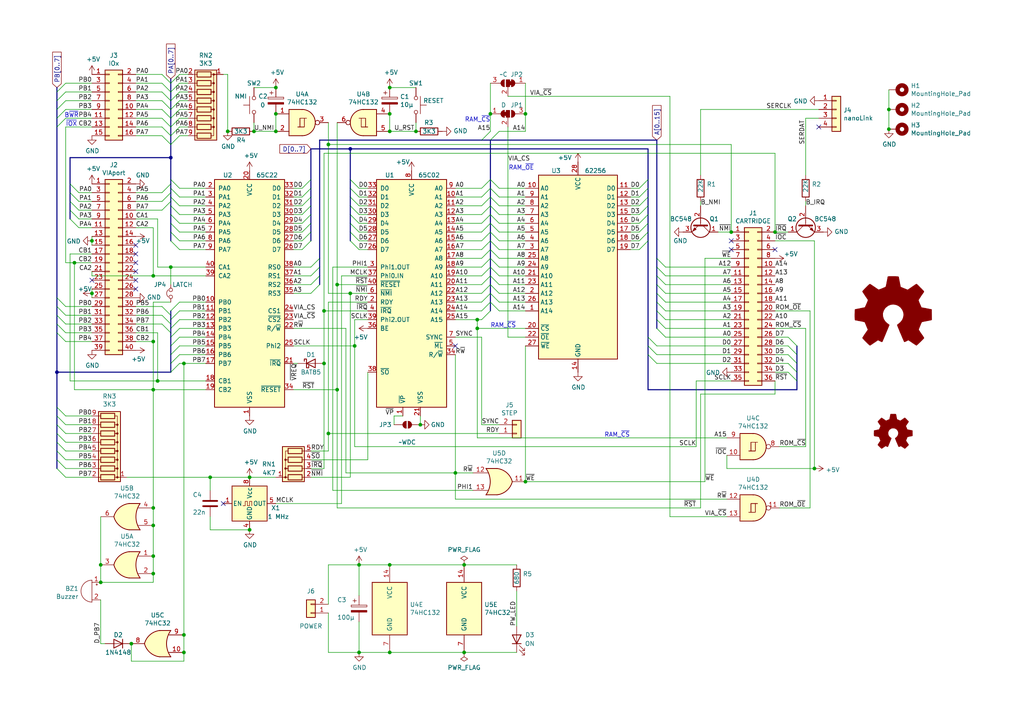
<source format=kicad_sch>
(kicad_sch (version 20231120) (generator "eeschema") (generator_version "8.0")
  (paper "A4")
  (title_block (title "Chihuahua PLUS") (date "2023-10-07") (rev "v1") (company "@zuiko21") (comment 1 "(c) 2012-2023 Carlos J. Santisteban") (comment 2 "D mode: 32K RAM, 16K ROM, IO=$800x-$BFFx") (comment 3 "C mode: 16K RAM, 32K ROM, IO=$400x-$7FFx") (comment 4 "/IOC signal is NOT available!"))
  (junction (at 26.67 85.09))
  (junction (at 113.03 33.02))
  (junction (at 93.98 90.17))
  (junction (at 113.03 163.83))
  (junction (at 80.01 25.4))
  (junction (at 29.21 163.83))
  (junction (at 60.96 138.43))
  (junction (at 120.65 38.1))
  (junction (at 142.24 33.02))
  (junction (at 44.45 152.4))
  (junction (at 49.53 45.72))
  (junction (at 95.25 41.91))
  (junction (at 73.66 38.1))
  (junction (at 95.25 125.73))
  (junction (at 152.4 139.7))
  (junction (at 113.03 25.4))
  (junction (at 104.14 189.23))
  (junction (at 66.04 38.1))
  (junction (at 44.45 147.32))
  (junction (at 101.6 43.18))
  (junction (at 26.67 69.85))
  (junction (at 44.45 99.06))
  (junction (at 72.39 138.43))
  (junction (at 44.45 80.01))
  (junction (at 236.22 135.89))
  (junction (at 49.53 77.47))
  (junction (at 53.34 184.15))
  (junction (at 93.98 105.41))
  (junction (at 152.4 33.02))
  (junction (at 53.34 105.41))
  (junction (at 113.03 189.23))
  (junction (at 44.45 161.29))
  (junction (at 257.81 37.465))
  (junction (at 53.34 189.23))
  (junction (at 38.1 186.69))
  (junction (at 80.01 38.1))
  (junction (at 224.79 67.31))
  (junction (at 257.81 31.75))
  (junction (at 138.43 92.71))
  (junction (at 29.21 168.91))
  (junction (at 21.59 76.2))
  (junction (at 134.62 163.83))
  (junction (at 134.62 189.23))
  (junction (at 132.08 137.16))
  (junction (at 45.72 110.49))
  (junction (at 72.39 153.67))
  (junction (at 101.6 85.09))
  (junction (at 97.79 82.55))
  (junction (at 44.45 166.37))
  (junction (at 121.92 123.19))
  (junction (at 104.14 163.83))
  (junction (at 97.79 113.03))
  (junction (at 16.51 107.95))
  (junction (at 44.45 113.03))
  (junction (at 113.03 38.1))
  (junction (at 212.09 67.31))
  (junction (at 138.43 95.25))
  (junction (at 102.87 100.33))
  (junction (at 80.01 33.02))
  (no_connect (at 39.37 71.12))
  (no_connect (at 212.09 72.39))
  (no_connect (at 39.37 73.66))
  (no_connect (at 39.37 78.74))
  (no_connect (at 237.49 36.83))
  (no_connect (at 39.37 76.2))
  (no_connect (at 39.37 83.82))
  (no_connect (at 64.77 146.05))
  (no_connect (at 224.79 72.39))
  (no_connect (at 212.09 69.85))
  (no_connect (at 132.08 100.33))
  (no_connect (at 39.37 81.28))
  (no_connect (at 26.67 81.28))
  (bus_entry (at 46.99 55.88) (size 2.54 -2.54))
  (bus_entry (at 144.78 59.69) (size -2.54 -2.54))
  (bus_entry (at 49.53 69.85) (size 2.54 2.54))
  (bus_entry (at 16.51 93.98) (size 2.54 2.54))
  (bus_entry (at 139.7 72.39) (size 2.54 -2.54))
  (bus_entry (at 104.14 72.39) (size -2.54 -2.54))
  (bus_entry (at 104.14 59.69) (size -2.54 -2.54))
  (bus_entry (at 190.5 82.55) (size 2.54 2.54))
  (bus_entry (at 49.53 92.71) (size 2.54 -2.54))
  (bus_entry (at 144.78 67.31) (size -2.54 -2.54))
  (bus_entry (at 185.42 62.23) (size 2.54 -2.54))
  (bus_entry (at 144.78 57.15) (size -2.54 -2.54))
  (bus_entry (at 52.07 29.21) (size -2.54 2.54))
  (bus_entry (at 185.42 67.31) (size 2.54 -2.54))
  (bus_entry (at 49.53 90.17) (size 2.54 -2.54))
  (bus_entry (at 87.63 64.77) (size 2.54 -2.54))
  (bus_entry (at 49.53 52.07) (size 2.54 2.54))
  (bus_entry (at 190.5 105.41) (size -2.54 -2.54))
  (bus_entry (at 190.5 95.25) (size 2.54 2.54))
  (bus_entry (at 144.78 69.85) (size -2.54 -2.54))
  (bus_entry (at 16.51 31.75) (size 2.54 -2.54))
  (bus_entry (at 16.51 91.44) (size 2.54 2.54))
  (bus_entry (at 139.7 59.69) (size 2.54 -2.54))
  (bus_entry (at 87.63 72.39) (size 2.54 -2.54))
  (bus_entry (at 16.51 133.35) (size 2.54 2.54))
  (bus_entry (at 52.07 24.13) (size -2.54 2.54))
  (bus_entry (at 190.5 90.17) (size 2.54 2.54))
  (bus_entry (at 142.24 40.64) (size 2.54 -2.54))
  (bus_entry (at 139.7 77.47) (size 2.54 -2.54))
  (bus_entry (at 139.7 85.09) (size 2.54 -2.54))
  (bus_entry (at 16.51 96.52) (size 2.54 2.54))
  (bus_entry (at 228.6 105.41) (size 2.54 2.54))
  (bus_entry (at 16.51 135.89) (size 2.54 2.54))
  (bus_entry (at 144.78 74.93) (size -2.54 -2.54))
  (bus_entry (at 16.51 88.9) (size 2.54 2.54))
  (bus_entry (at 90.17 82.55) (size 2.54 -2.54))
  (bus_entry (at 49.53 95.25) (size 2.54 -2.54))
  (bus_entry (at 87.63 62.23) (size 2.54 -2.54))
  (bus_entry (at 90.17 85.09) (size 2.54 -2.54))
  (bus_entry (at 104.14 57.15) (size -2.54 -2.54))
  (bus_entry (at 104.14 64.77) (size -2.54 -2.54))
  (bus_entry (at 87.63 67.31) (size 2.54 -2.54))
  (bus_entry (at 144.78 54.61) (size -2.54 -2.54))
  (bus_entry (at 49.53 62.23) (size 2.54 2.54))
  (bus_entry (at 139.7 82.55) (size 2.54 -2.54))
  (bus_entry (at 139.7 54.61) (size 2.54 -2.54))
  (bus_entry (at 185.42 72.39) (size 2.54 -2.54))
  (bus_entry (at 104.14 67.31) (size -2.54 -2.54))
  (bus_entry (at 49.53 57.15) (size 2.54 2.54))
  (bus_entry (at 46.99 60.96) (size 2.54 -2.54))
  (bus_entry (at 20.32 60.96) (size 2.54 2.54))
  (bus_entry (at 46.99 34.29) (size 2.54 2.54))
  (bus_entry (at 87.63 57.15) (size 2.54 -2.54))
  (bus_entry (at 190.5 80.01) (size 2.54 2.54))
  (bus_entry (at 49.53 64.77) (size 2.54 2.54))
  (bus_entry (at 185.42 64.77) (size 2.54 -2.54))
  (bus_entry (at 52.07 31.75) (size -2.54 2.54))
  (bus_entry (at 52.07 26.67) (size -2.54 2.54))
  (bus_entry (at 16.51 123.19) (size 2.54 2.54))
  (bus_entry (at 49.53 97.79) (size 2.54 -2.54))
  (bus_entry (at 139.7 62.23) (size 2.54 -2.54))
  (bus_entry (at 185.42 69.85) (size 2.54 -2.54))
  (bus_entry (at 46.99 21.59) (size 2.54 2.54))
  (bus_entry (at 139.7 74.93) (size 2.54 -2.54))
  (bus_entry (at 46.99 26.67) (size 2.54 2.54))
  (bus_entry (at 87.63 54.61) (size 2.54 -2.54))
  (bus_entry (at 190.5 92.71) (size 2.54 2.54))
  (bus_entry (at 46.99 88.9) (size 2.54 2.54))
  (bus_entry (at 16.51 128.27) (size 2.54 2.54))
  (bus_entry (at 16.51 36.83) (size 2.54 -2.54))
  (bus_entry (at 90.17 80.01) (size 2.54 -2.54))
  (bus_entry (at 49.53 67.31) (size 2.54 2.54))
  (bus_entry (at 190.5 100.33) (size -2.54 -2.54))
  (bus_entry (at 49.53 105.41) (size 2.54 -2.54))
  (bus_entry (at 144.78 64.77) (size -2.54 -2.54))
  (bus_entry (at 46.99 36.83) (size 2.54 2.54))
  (bus_entry (at 46.99 58.42) (size 2.54 -2.54))
  (bus_entry (at 139.7 64.77) (size 2.54 -2.54))
  (bus_entry (at 185.42 54.61) (size 2.54 -2.54))
  (bus_entry (at 228.6 102.87) (size 2.54 2.54))
  (bus_entry (at 144.78 85.09) (size -2.54 -2.54))
  (bus_entry (at 46.99 91.44) (size 2.54 2.54))
  (bus_entry (at 46.99 39.37) (size 2.54 2.54))
  (bus_entry (at 16.51 29.21) (size 2.54 -2.54))
  (bus_entry (at 16.51 125.73) (size 2.54 2.54))
  (bus_entry (at 20.32 55.88) (size 2.54 2.54))
  (bus_entry (at 46.99 31.75) (size 2.54 2.54))
  (bus_entry (at 139.7 69.85) (size 2.54 -2.54))
  (bus_entry (at 144.78 62.23) (size -2.54 -2.54))
  (bus_entry (at 16.51 120.65) (size 2.54 2.54))
  (bus_entry (at 52.07 34.29) (size -2.54 2.54))
  (bus_entry (at 52.07 36.83) (size -2.54 2.54))
  (bus_entry (at 104.14 54.61) (size -2.54 -2.54))
  (bus_entry (at 20.32 53.34) (size 2.54 2.54))
  (bus_entry (at 139.7 57.15) (size 2.54 -2.54))
  (bus_entry (at 185.42 57.15) (size 2.54 -2.54))
  (bus_entry (at 46.99 24.13) (size 2.54 2.54))
  (bus_entry (at 49.53 100.33) (size 2.54 -2.54))
  (bus_entry (at 16.51 34.29) (size 2.54 -2.54))
  (bus_entry (at 144.78 82.55) (size -2.54 -2.54))
  (bus_entry (at 228.6 97.79) (size 2.54 2.54))
  (bus_entry (at 144.78 80.01) (size -2.54 -2.54))
  (bus_entry (at 190.5 85.09) (size 2.54 2.54))
  (bus_entry (at 52.07 39.37) (size -2.54 2.54))
  (bus_entry (at 228.6 100.33) (size 2.54 2.54))
  (bus_entry (at 16.51 86.36) (size 2.54 2.54))
  (bus_entry (at 139.7 67.31) (size 2.54 -2.54))
  (bus_entry (at 228.6 107.95) (size 2.54 2.54))
  (bus_entry (at 49.53 107.95) (size 2.54 -2.54))
  (bus_entry (at 185.42 59.69) (size 2.54 -2.54))
  (bus_entry (at 16.51 118.11) (size 2.54 2.54))
  (bus_entry (at 190.5 87.63) (size 2.54 2.54))
  (bus_entry (at 46.99 93.98) (size 2.54 2.54))
  (bus_entry (at 104.14 69.85) (size -2.54 -2.54))
  (bus_entry (at 20.32 58.42) (size 2.54 2.54))
  (bus_entry (at 144.78 72.39) (size -2.54 -2.54))
  (bus_entry (at 144.78 77.47) (size -2.54 -2.54))
  (bus_entry (at 190.5 102.87) (size -2.54 -2.54))
  (bus_entry (at 16.51 26.67) (size 2.54 -2.54))
  (bus_entry (at 190.5 77.47) (size 2.54 2.54))
  (bus_entry (at 20.32 63.5) (size 2.54 2.54))
  (bus_entry (at 87.63 69.85) (size 2.54 -2.54))
  (bus_entry (at 46.99 29.21) (size 2.54 2.54))
  (bus_entry (at 52.07 21.59) (size -2.54 2.54))
  (bus_entry (at 49.53 59.69) (size 2.54 2.54))
  (bus_entry (at 139.7 40.64) (size 2.54 -2.54))
  (bus_entry (at 144.78 87.63) (size -2.54 -2.54))
  (bus_entry (at 49.53 54.61) (size 2.54 2.54))
  (bus_entry (at 190.5 74.93) (size 2.54 2.54))
  (bus_entry (at 104.14 62.23) (size -2.54 -2.54))
  (bus_entry (at 139.7 80.01) (size 2.54 -2.54))
  (bus_entry (at 16.51 130.81) (size 2.54 2.54))
  (bus_entry (at 139.7 90.17) (size 2.54 -2.54))
  (bus_entry (at 87.63 59.69) (size 2.54 -2.54))
  (bus_entry (at 139.7 92.71) (size 2.54 -2.54))
  (bus_entry (at 90.17 77.47) (size 2.54 -2.54))
  (bus_entry (at 144.78 90.17) (size -2.54 -2.54))
  (bus_entry (at 49.53 102.87) (size 2.54 -2.54))
  (bus_entry (at 139.7 87.63) (size 2.54 -2.54))
  (wire (pts (xy 185.42 57.15) (xy 182.88 57.15)))
  (wire (pts (xy 203.2 114.3) (xy 203.2 147.32)))
  (wire (pts (xy 132.08 74.93) (xy 139.7 74.93)))
  (wire (pts (xy 106.68 87.63) (xy 95.25 87.63)))
  (wire (pts (xy 144.78 57.15) (xy 152.4 57.15)))
  (wire (pts (xy 66.04 38.1) (xy 66.04 21.59)))
  (wire (pts (xy 132.08 54.61) (xy 139.7 54.61)))
  (bus (pts (xy 90.17 52.07) (xy 90.17 54.61)))
  (wire (pts (xy 152.4 87.63) (xy 144.78 87.63)))
  (wire (pts (xy 185.42 67.31) (xy 182.88 67.31)))
  (wire (pts (xy 66.04 21.59) (xy 64.77 21.59)))
  (wire (pts (xy 19.05 93.98) (xy 26.67 93.98)))
  (wire (pts (xy 138.43 95.25) (xy 138.43 127)))
  (wire (pts (xy 190.5 105.41) (xy 212.09 105.41)))
  (bus (pts (xy 16.51 31.75) (xy 16.51 34.29)))
  (wire (pts (xy 106.68 133.35) (xy 106.68 107.95)))
  (bus (pts (xy 187.96 59.69) (xy 187.96 62.23)))
  (bus (pts (xy 90.17 62.23) (xy 90.17 64.77)))
  (wire (pts (xy 19.05 96.52) (xy 26.67 96.52)))
  (wire (pts (xy 138.43 95.25) (xy 138.43 92.71)))
  (bus (pts (xy 16.51 128.27) (xy 16.51 130.81)))
  (bus (pts (xy 142.24 64.77) (xy 142.24 67.31)))
  (bus (pts (xy 101.6 67.31) (xy 101.6 69.85)))
  (bus (pts (xy 101.6 64.77) (xy 101.6 67.31)))
  (wire (pts (xy 59.69 69.85) (xy 52.07 69.85)))
  (bus (pts (xy 190.5 74.93) (xy 190.5 77.47)))
  (wire (pts (xy 19.05 135.89) (xy 26.67 135.89)))
  (wire (pts (xy 193.04 87.63) (xy 212.09 87.63)))
  (wire (pts (xy 45.72 110.49) (xy 45.72 96.52)))
  (wire (pts (xy 59.69 110.49) (xy 45.72 110.49)))
  (wire (pts (xy 93.98 90.17) (xy 93.98 105.41)))
  (wire (pts (xy 224.79 100.33) (xy 228.6 100.33)))
  (wire (pts (xy 102.87 100.33) (xy 102.87 129.54)))
  (wire (pts (xy 257.81 26.035) (xy 257.81 31.75)))
  (wire (pts (xy 97.79 82.55) (xy 97.79 113.03)))
  (wire (pts (xy 193.04 82.55) (xy 212.09 82.55)))
  (bus (pts (xy 187.96 69.85) (xy 187.96 97.79)))
  (wire (pts (xy 139.7 67.31) (xy 132.08 67.31)))
  (wire (pts (xy 212.09 41.91) (xy 212.09 67.31)))
  (wire (pts (xy 152.4 54.61) (xy 144.78 54.61)))
  (bus (pts (xy 231.14 102.87) (xy 231.14 105.41)))
  (wire (pts (xy 97.79 82.55) (xy 97.79 35.56)))
  (wire (pts (xy 194.31 27.94) (xy 194.31 149.86)))
  (wire (pts (xy 72.39 138.43) (xy 60.96 138.43)))
  (wire (pts (xy 132.08 102.87) (xy 132.08 137.16)))
  (bus (pts (xy 142.24 57.15) (xy 142.24 59.69)))
  (wire (pts (xy 233.68 58.42) (xy 233.68 59.69)))
  (bus (pts (xy 231.14 113.03) (xy 187.96 113.03)))
  (wire (pts (xy 44.45 147.32) (xy 44.45 152.4)))
  (wire (pts (xy 224.79 114.3) (xy 203.2 114.3)))
  (bus (pts (xy 142.24 80.01) (xy 142.24 82.55)))
  (wire (pts (xy 95.25 41.91) (xy 212.09 41.91)))
  (wire (pts (xy 26.67 83.82) (xy 26.67 85.09)))
  (wire (pts (xy 52.07 21.59) (xy 54.61 21.59)))
  (wire (pts (xy 132.08 82.55) (xy 139.7 82.55)))
  (wire (pts (xy 21.59 76.2) (xy 19.05 76.2)))
  (bus (pts (xy 49.53 90.17) (xy 49.53 91.44)))
  (wire (pts (xy 121.92 120.65) (xy 121.92 123.19)))
  (wire (pts (xy 26.67 68.58) (xy 26.67 69.85)))
  (wire (pts (xy 93.98 44.45) (xy 224.79 44.45)))
  (wire (pts (xy 144.78 90.17) (xy 152.4 90.17)))
  (bus (pts (xy 16.51 120.65) (xy 16.51 123.19)))
  (wire (pts (xy 19.05 29.21) (xy 26.67 29.21)))
  (wire (pts (xy 193.04 77.47) (xy 212.09 77.47)))
  (wire (pts (xy 139.7 80.01) (xy 132.08 80.01)))
  (wire (pts (xy 53.34 191.77) (xy 53.34 189.23)))
  (wire (pts (xy 52.07 36.83) (xy 54.61 36.83)))
  (wire (pts (xy 46.99 88.9) (xy 39.37 88.9)))
  (wire (pts (xy 104.14 57.15) (xy 106.68 57.15)))
  (bus (pts (xy 101.6 54.61) (xy 101.6 57.15)))
  (wire (pts (xy 144.78 72.39) (xy 152.4 72.39)))
  (wire (pts (xy 106.68 90.17) (xy 93.98 90.17)))
  (wire (pts (xy 39.37 55.88) (xy 46.99 55.88)))
  (wire (pts (xy 102.87 92.71) (xy 106.68 92.71)))
  (wire (pts (xy 236.22 135.89) (xy 236.22 69.85)))
  (wire (pts (xy 45.72 96.52) (xy 39.37 96.52)))
  (wire (pts (xy 144.78 38.1) (xy 152.4 38.1)))
  (wire (pts (xy 193.04 95.25) (xy 212.09 95.25)))
  (wire (pts (xy 53.34 189.23) (xy 53.34 184.15)))
  (wire (pts (xy 193.04 80.01) (xy 212.09 80.01)))
  (wire (pts (xy 149.86 163.83) (xy 134.62 163.83)))
  (wire (pts (xy 87.63 64.77) (xy 85.09 64.77)))
  (wire (pts (xy 142.24 24.13) (xy 142.24 33.02)))
  (wire (pts (xy 52.07 57.15) (xy 59.69 57.15)))
  (wire (pts (xy 73.66 25.4) (xy 80.01 25.4)))
  (bus (pts (xy 142.24 69.85) (xy 142.24 72.39)))
  (wire (pts (xy 224.79 95.25) (xy 233.68 95.25)))
  (wire (pts (xy 132.08 137.16) (xy 132.08 144.78)))
  (wire (pts (xy 114.3 120.65) (xy 114.3 123.19)))
  (wire (pts (xy 95.25 87.63) (xy 95.25 125.73)))
  (wire (pts (xy 52.07 29.21) (xy 54.61 29.21)))
  (bus (pts (xy 16.51 34.29) (xy 16.51 36.83)))
  (bus (pts (xy 190.5 90.17) (xy 190.5 92.71)))
  (wire (pts (xy 39.37 66.04) (xy 44.45 66.04)))
  (wire (pts (xy 193.04 97.79) (xy 212.09 97.79)))
  (wire (pts (xy 100.33 95.25) (xy 100.33 137.16)))
  (wire (pts (xy 104.14 67.31) (xy 106.68 67.31)))
  (wire (pts (xy 104.14 54.61) (xy 106.68 54.61)))
  (wire (pts (xy 182.88 54.61) (xy 185.42 54.61)))
  (wire (pts (xy 139.7 92.71) (xy 138.43 92.71)))
  (wire (pts (xy 147.32 36.83) (xy 147.32 97.79)))
  (bus (pts (xy 187.96 100.33) (xy 187.96 102.87)))
  (bus (pts (xy 49.53 58.42) (xy 49.53 59.69)))
  (bus (pts (xy 90.17 67.31) (xy 90.17 69.85)))
  (wire (pts (xy 257.81 31.75) (xy 257.81 37.465)))
  (bus (pts (xy 49.53 67.31) (xy 49.53 69.85)))
  (wire (pts (xy 85.09 95.25) (xy 100.33 95.25)))
  (wire (pts (xy 152.4 33.02) (xy 152.4 38.1)))
  (wire (pts (xy 224.79 102.87) (xy 228.6 102.87)))
  (wire (pts (xy 210.82 135.89) (xy 236.22 135.89)))
  (wire (pts (xy 45.72 63.5) (xy 45.72 77.47)))
  (wire (pts (xy 139.7 90.17) (xy 132.08 90.17)))
  (wire (pts (xy 52.07 54.61) (xy 59.69 54.61)))
  (wire (pts (xy 204.47 74.93) (xy 204.47 139.7)))
  (wire (pts (xy 46.99 29.21) (xy 39.37 29.21)))
  (wire (pts (xy 45.72 77.47) (xy 49.53 77.47)))
  (wire (pts (xy 144.78 85.09) (xy 152.4 85.09)))
  (wire (pts (xy 26.67 123.19) (xy 19.05 123.19)))
  (wire (pts (xy 52.07 102.87) (xy 59.69 102.87)))
  (wire (pts (xy 224.79 105.41) (xy 228.6 105.41)))
  (wire (pts (xy 116.84 120.65) (xy 114.3 120.65)))
  (wire (pts (xy 22.86 58.42) (xy 26.67 58.42)))
  (bus (pts (xy 49.53 59.69) (xy 49.53 62.23)))
  (bus (pts (xy 187.96 43.18) (xy 187.96 52.07)))
  (bus (pts (xy 49.53 62.23) (xy 49.53 64.77)))
  (wire (pts (xy 90.17 85.09) (xy 85.09 85.09)))
  (wire (pts (xy 113.03 38.1) (xy 120.65 38.1)))
  (wire (pts (xy 90.17 80.01) (xy 85.09 80.01)))
  (wire (pts (xy 144.78 67.31) (xy 152.4 67.31)))
  (wire (pts (xy 139.7 57.15) (xy 132.08 57.15)))
  (wire (pts (xy 99.06 80.01) (xy 99.06 146.05)))
  (wire (pts (xy 106.68 85.09) (xy 101.6 85.09)))
  (wire (pts (xy 44.45 99.06) (xy 44.45 113.03)))
  (wire (pts (xy 85.09 77.47) (xy 90.17 77.47)))
  (bus (pts (xy 101.6 43.18) (xy 187.96 43.18)))
  (wire (pts (xy 95.25 41.91) (xy 95.25 35.56)))
  (bus (pts (xy 92.71 40.64) (xy 139.7 40.64)))
  (wire (pts (xy 29.21 186.69) (xy 30.48 186.69)))
  (bus (pts (xy 49.53 26.67) (xy 49.53 29.21)))
  (bus (pts (xy 187.96 97.79) (xy 187.96 100.33)))
  (bus (pts (xy 101.6 57.15) (xy 101.6 59.69)))
  (bus (pts (xy 187.96 62.23) (xy 187.96 64.77)))
  (wire (pts (xy 26.67 85.09) (xy 26.67 86.36)))
  (bus (pts (xy 187.96 52.07) (xy 187.96 54.61)))
  (wire (pts (xy 104.14 62.23) (xy 106.68 62.23)))
  (bus (pts (xy 190.5 77.47) (xy 190.5 80.01)))
  (wire (pts (xy 104.14 163.83) (xy 104.14 172.72)))
  (wire (pts (xy 201.93 110.49) (xy 212.09 110.49)))
  (wire (pts (xy 193.04 92.71) (xy 212.09 92.71)))
  (wire (pts (xy 19.05 34.29) (xy 26.67 34.29)))
  (wire (pts (xy 52.07 87.63) (xy 59.69 87.63)))
  (bus (pts (xy 49.53 105.41) (xy 49.53 107.95)))
  (wire (pts (xy 134.62 189.23) (xy 113.03 189.23)))
  (wire (pts (xy 44.45 113.03) (xy 44.45 147.32)))
  (bus (pts (xy 49.53 29.21) (xy 49.53 31.75)))
  (wire (pts (xy 104.14 72.39) (xy 106.68 72.39)))
  (wire (pts (xy 226.06 147.32) (xy 234.95 147.32)))
  (wire (pts (xy 44.45 161.29) (xy 44.45 166.37)))
  (bus (pts (xy 190.5 82.55) (xy 190.5 85.09)))
  (wire (pts (xy 132.08 137.16) (xy 137.16 137.16)))
  (wire (pts (xy 38.1 186.69) (xy 38.1 191.77)))
  (bus (pts (xy 101.6 43.18) (xy 101.6 52.07)))
  (wire (pts (xy 194.31 149.86) (xy 210.82 149.86)))
  (wire (pts (xy 102.87 129.54) (xy 201.93 129.54)))
  (wire (pts (xy 144.78 80.01) (xy 152.4 80.01)))
  (bus (pts (xy 49.53 34.29) (xy 49.53 36.83)))
  (bus (pts (xy 49.53 102.87) (xy 49.53 105.41)))
  (bus (pts (xy 90.17 57.15) (xy 90.17 59.69)))
  (bus (pts (xy 231.14 105.41) (xy 231.14 107.95)))
  (bus (pts (xy 16.51 25.4) (xy 16.51 26.67)))
  (bus (pts (xy 20.32 55.88) (xy 20.32 58.42)))
  (wire (pts (xy 26.67 80.01) (xy 26.67 78.74)))
  (wire (pts (xy 26.67 88.9) (xy 19.05 88.9)))
  (wire (pts (xy 46.99 21.59) (xy 39.37 21.59)))
  (bus (pts (xy 92.71 40.64) (xy 92.71 74.93)))
  (wire (pts (xy 52.07 105.41) (xy 53.34 105.41)))
  (wire (pts (xy 39.37 24.13) (xy 46.99 24.13)))
  (wire (pts (xy 46.99 60.96) (xy 39.37 60.96)))
  (wire (pts (xy 59.69 59.69) (xy 52.07 59.69)))
  (bus (pts (xy 49.53 53.34) (xy 49.53 54.61)))
  (bus (pts (xy 16.51 125.73) (xy 16.51 128.27)))
  (bus (pts (xy 16.51 29.21) (xy 16.51 31.75)))
  (bus (pts (xy 49.53 52.07) (xy 49.53 53.34)))
  (wire (pts (xy 113.03 163.83) (xy 134.62 163.83)))
  (wire (pts (xy 49.53 82.55) (xy 49.53 77.47)))
  (wire (pts (xy 97.79 113.03) (xy 97.79 147.32)))
  (bus (pts (xy 16.51 86.36) (xy 16.51 88.9)))
  (wire (pts (xy 234.95 90.17) (xy 224.79 90.17)))
  (wire (pts (xy 44.45 80.01) (xy 59.69 80.01)))
  (wire (pts (xy 152.4 24.13) (xy 152.4 33.02)))
  (bus (pts (xy 49.53 41.91) (xy 49.53 45.72)))
  (wire (pts (xy 149.86 189.23) (xy 134.62 189.23)))
  (wire (pts (xy 139.7 85.09) (xy 132.08 85.09)))
  (bus (pts (xy 49.53 92.71) (xy 49.53 93.98)))
  (wire (pts (xy 36.83 138.43) (xy 60.96 138.43)))
  (wire (pts (xy 39.37 93.98) (xy 46.99 93.98)))
  (wire (pts (xy 19.05 76.2) (xy 19.05 36.83)))
  (bus (pts (xy 142.24 85.09) (xy 142.24 87.63)))
  (bus (pts (xy 20.32 53.34) (xy 20.32 55.88)))
  (wire (pts (xy 46.99 36.83) (xy 39.37 36.83)))
  (bus (pts (xy 142.24 54.61) (xy 142.24 57.15)))
  (wire (pts (xy 193.04 85.09) (xy 212.09 85.09)))
  (wire (pts (xy 233.68 95.25) (xy 233.68 129.54)))
  (wire (pts (xy 46.99 39.37) (xy 39.37 39.37)))
  (wire (pts (xy 97.79 147.32) (xy 203.2 147.32)))
  (wire (pts (xy 44.45 113.03) (xy 59.69 113.03)))
  (wire (pts (xy 152.4 69.85) (xy 144.78 69.85)))
  (wire (pts (xy 233.68 34.29) (xy 233.68 50.8)))
  (bus (pts (xy 16.51 36.83) (xy 16.51 86.36)))
  (bus (pts (xy 92.71 80.01) (xy 92.71 82.55)))
  (wire (pts (xy 101.6 138.43) (xy 90.17 138.43)))
  (wire (pts (xy 152.4 59.69) (xy 144.78 59.69)))
  (bus (pts (xy 187.96 54.61) (xy 187.96 57.15)))
  (wire (pts (xy 138.43 92.71) (xy 132.08 92.71)))
  (wire (pts (xy 87.63 69.85) (xy 85.09 69.85)))
  (wire (pts (xy 95.25 163.83) (xy 95.25 175.26)))
  (bus (pts (xy 49.53 24.13) (xy 49.53 26.67)))
  (bus (pts (xy 190.5 40.64) (xy 190.5 74.93)))
  (wire (pts (xy 147.32 27.94) (xy 194.31 27.94)))
  (wire (pts (xy 52.07 39.37) (xy 54.61 39.37)))
  (wire (pts (xy 113.03 163.83) (xy 104.14 163.83)))
  (bus (pts (xy 49.53 31.75) (xy 49.53 34.29)))
  (wire (pts (xy 87.63 57.15) (xy 85.09 57.15)))
  (bus (pts (xy 16.51 91.44) (xy 16.51 93.98)))
  (bus (pts (xy 49.53 100.33) (xy 49.53 102.87)))
  (wire (pts (xy 152.4 74.93) (xy 144.78 74.93)))
  (bus (pts (xy 16.51 93.98) (xy 16.51 96.52)))
  (bus (pts (xy 20.32 45.72) (xy 20.32 53.34)))
  (wire (pts (xy 52.07 26.67) (xy 54.61 26.67)))
  (wire (pts (xy 87.63 62.23) (xy 85.09 62.23)))
  (wire (pts (xy 85.09 105.41) (xy 86.36 105.41)))
  (wire (pts (xy 228.6 67.31) (xy 224.79 67.31)))
  (bus (pts (xy 16.51 133.35) (xy 16.51 135.89)))
  (wire (pts (xy 29.21 168.91) (xy 29.21 163.83)))
  (wire (pts (xy 97.79 113.03) (xy 85.09 113.03)))
  (wire (pts (xy 185.42 59.69) (xy 182.88 59.69)))
  (wire (pts (xy 19.05 133.35) (xy 26.67 133.35)))
  (wire (pts (xy 26.67 76.2) (xy 21.59 76.2)))
  (wire (pts (xy 60.96 138.43) (xy 60.96 142.24)))
  (wire (pts (xy 185.42 69.85) (xy 182.88 69.85)))
  (wire (pts (xy 95.25 189.23) (xy 104.14 189.23)))
  (wire (pts (xy 90.17 135.89) (xy 93.98 135.89)))
  (bus (pts (xy 16.51 88.9) (xy 16.51 91.44)))
  (wire (pts (xy 95.25 125.73) (xy 95.25 130.81)))
  (wire (pts (xy 96.52 77.47) (xy 96.52 142.24)))
  (bus (pts (xy 20.32 58.42) (xy 20.32 60.96)))
  (wire (pts (xy 26.67 69.85) (xy 26.67 71.12)))
  (wire (pts (xy 193.04 90.17) (xy 212.09 90.17)))
  (wire (pts (xy 44.45 152.4) (xy 44.45 161.29)))
  (wire (pts (xy 152.4 64.77) (xy 144.78 64.77)))
  (wire (pts (xy 210.82 132.08) (xy 210.82 135.89)))
  (bus (pts (xy 16.51 130.81) (xy 16.51 133.35)))
  (wire (pts (xy 52.07 67.31) (xy 59.69 67.31)))
  (wire (pts (xy 73.66 38.1) (xy 73.66 35.56)))
  (bus (pts (xy 231.14 100.33) (xy 231.14 102.87)))
  (wire (pts (xy 144.78 77.47) (xy 152.4 77.47)))
  (wire (pts (xy 203.2 58.42) (xy 203.2 59.69)))
  (wire (pts (xy 212.09 74.93) (xy 204.47 74.93)))
  (wire (pts (xy 228.6 97.79) (xy 224.79 97.79)))
  (bus (pts (xy 16.51 123.19) (xy 16.51 125.73)))
  (bus (pts (xy 49.53 107.95) (xy 16.51 107.95)))
  (bus (pts (xy 142.24 72.39) (xy 142.24 74.93)))
  (wire (pts (xy 101.6 85.09) (xy 101.6 138.43)))
  (wire (pts (xy 201.93 110.49) (xy 201.93 129.54)))
  (wire (pts (xy 46.99 31.75) (xy 39.37 31.75)))
  (wire (pts (xy 95.25 130.81) (xy 90.17 130.81)))
  (wire (pts (xy 144.78 125.73) (xy 95.25 125.73)))
  (bus (pts (xy 49.53 55.88) (xy 49.53 57.15)))
  (bus (pts (xy 190.5 87.63) (xy 190.5 90.17)))
  (wire (pts (xy 21.59 113.03) (xy 44.45 113.03)))
  (wire (pts (xy 52.07 92.71) (xy 59.69 92.71)))
  (wire (pts (xy 26.67 55.88) (xy 22.86 55.88)))
  (bus (pts (xy 142.24 59.69) (xy 142.24 62.23)))
  (wire (pts (xy 104.14 163.83) (xy 95.25 163.83)))
  (wire (pts (xy 100.33 137.16) (xy 132.08 137.16)))
  (wire (pts (xy 53.34 105.41) (xy 53.34 184.15)))
  (wire (pts (xy 22.86 60.96) (xy 26.67 60.96)))
  (wire (pts (xy 19.05 31.75) (xy 26.67 31.75)))
  (wire (pts (xy 152.4 139.7) (xy 152.4 100.33)))
  (bus (pts (xy 142.24 52.07) (xy 142.24 54.61)))
  (wire (pts (xy 39.37 99.06) (xy 44.45 99.06)))
  (wire (pts (xy 59.69 100.33) (xy 52.07 100.33)))
  (wire (pts (xy 19.05 125.73) (xy 26.67 125.73)))
  (wire (pts (xy 52.07 62.23) (xy 59.69 62.23)))
  (wire (pts (xy 80.01 38.1) (xy 73.66 38.1)))
  (bus (pts (xy 187.96 67.31) (xy 187.96 69.85)))
  (wire (pts (xy 104.14 189.23) (xy 113.03 189.23)))
  (wire (pts (xy 139.7 72.39) (xy 132.08 72.39)))
  (wire (pts (xy 104.14 59.69) (xy 106.68 59.69)))
  (wire (pts (xy 53.34 105.41) (xy 59.69 105.41)))
  (wire (pts (xy 45.72 110.49) (xy 20.32 110.49)))
  (bus (pts (xy 142.24 40.64) (xy 142.24 52.07)))
  (wire (pts (xy 149.86 171.45) (xy 149.86 181.61)))
  (wire (pts (xy 99.06 146.05) (xy 80.01 146.05)))
  (wire (pts (xy 19.05 138.43) (xy 26.67 138.43)))
  (wire (pts (xy 29.21 173.99) (xy 29.21 186.69)))
  (wire (pts (xy 54.61 24.13) (xy 52.07 24.13)))
  (wire (pts (xy 190.5 102.87) (xy 212.09 102.87)))
  (wire (pts (xy 120.65 38.1) (xy 120.65 35.56)))
  (bus (pts (xy 90.17 54.61) (xy 90.17 57.15)))
  (wire (pts (xy 59.69 95.25) (xy 52.07 95.25)))
  (wire (pts (xy 138.43 127) (xy 210.82 127)))
  (wire (pts (xy 101.6 85.09) (xy 95.25 85.09)))
  (bus (pts (xy 49.53 64.77) (xy 49.53 67.31)))
  (wire (pts (xy 80.01 138.43) (xy 72.39 138.43)))
  (bus (pts (xy 101.6 62.23) (xy 101.6 64.77)))
  (wire (pts (xy 59.69 64.77) (xy 52.07 64.77)))
  (wire (pts (xy 234.95 147.32) (xy 234.95 90.17)))
  (bus (pts (xy 90.17 43.18) (xy 90.17 52.07)))
  (bus (pts (xy 231.14 107.95) (xy 231.14 110.49)))
  (wire (pts (xy 139.7 97.79) (xy 139.7 123.19)))
  (bus (pts (xy 49.53 54.61) (xy 49.53 55.88)))
  (bus (pts (xy 190.5 92.71) (xy 190.5 95.25)))
  (wire (pts (xy 29.21 149.86) (xy 29.21 163.83)))
  (bus (pts (xy 187.96 57.15) (xy 187.96 59.69)))
  (wire (pts (xy 60.96 149.86) (xy 60.96 153.67)))
  (wire (pts (xy 93.98 135.89) (xy 93.98 105.41)))
  (wire (pts (xy 38.1 191.77) (xy 53.34 191.77)))
  (wire (pts (xy 139.7 77.47) (xy 132.08 77.47)))
  (bus (pts (xy 142.24 62.23) (xy 142.24 64.77)))
  (bus (pts (xy 20.32 45.72) (xy 49.53 45.72)))
  (wire (pts (xy 21.59 76.2) (xy 21.59 113.03)))
  (wire (pts (xy 93.98 90.17) (xy 93.98 44.45)))
  (wire (pts (xy 185.42 72.39) (xy 182.88 72.39)))
  (wire (pts (xy 52.07 31.75) (xy 54.61 31.75)))
  (bus (pts (xy 101.6 59.69) (xy 101.6 62.23)))
  (bus (pts (xy 16.51 26.67) (xy 16.51 29.21)))
  (wire (pts (xy 95.25 85.09) (xy 95.25 41.91)))
  (bus (pts (xy 49.53 91.44) (xy 49.53 92.71)))
  (wire (pts (xy 106.68 77.47) (xy 96.52 77.47)))
  (wire (pts (xy 224.79 107.95) (xy 228.6 107.95)))
  (wire (pts (xy 60.96 153.67) (xy 72.39 153.67)))
  (wire (pts (xy 139.7 62.23) (xy 132.08 62.23)))
  (wire (pts (xy 46.99 26.67) (xy 39.37 26.67)))
  (wire (pts (xy 19.05 24.13) (xy 26.67 24.13)))
  (wire (pts (xy 132.08 144.78) (xy 210.82 144.78)))
  (bus (pts (xy 142.24 87.63) (xy 142.24 90.17)))
  (wire (pts (xy 132.08 64.77) (xy 139.7 64.77)))
  (wire (pts (xy 44.45 166.37) (xy 44.45 168.91)))
  (bus (pts (xy 16.51 107.95) (xy 16.51 118.11)))
  (wire (pts (xy 44.45 87.63) (xy 49.53 87.63)))
  (wire (pts (xy 132.08 87.63) (xy 139.7 87.63)))
  (wire (pts (xy 52.07 97.79) (xy 59.69 97.79)))
  (bus (pts (xy 49.53 36.83) (xy 49.53 39.37)))
  (wire (pts (xy 113.03 25.4) (xy 120.65 25.4)))
  (wire (pts (xy 95.25 177.8) (xy 95.25 189.23)))
  (wire (pts (xy 132.08 97.79) (xy 139.7 97.79)))
  (bus (pts (xy 49.53 22.86) (xy 49.53 24.13)))
  (wire (pts (xy 39.37 63.5) (xy 45.72 63.5)))
  (wire (pts (xy 236.22 69.85) (xy 224.79 69.85)))
  (wire (pts (xy 39.37 91.44) (xy 46.99 91.44)))
  (bus (pts (xy 49.53 57.15) (xy 49.53 58.42)))
  (wire (pts (xy 87.63 59.69) (xy 85.09 59.69)))
  (bus (pts (xy 101.6 52.07) (xy 101.6 54.61)))
  (wire (pts (xy 90.17 82.55) (xy 85.09 82.55)))
  (wire (pts (xy 106.68 82.55) (xy 97.79 82.55)))
  (wire (pts (xy 224.79 44.45) (xy 224.79 67.31)))
  (wire (pts (xy 87.63 67.31) (xy 85.09 67.31)))
  (wire (pts (xy 19.05 120.65) (xy 26.67 120.65)))
  (wire (pts (xy 203.2 31.75) (xy 203.2 50.8)))
  (wire (pts (xy 212.09 100.33) (xy 190.5 100.33)))
  (wire (pts (xy 132.08 59.69) (xy 139.7 59.69)))
  (bus (pts (xy 142.24 74.93) (xy 142.24 77.47)))
  (wire (pts (xy 59.69 90.17) (xy 52.07 90.17)))
  (wire (pts (xy 87.63 72.39) (xy 85.09 72.39)))
  (wire (pts (xy 80.01 33.02) (xy 80.01 38.1)))
  (wire (pts (xy 138.43 95.25) (xy 152.4 95.25)))
  (wire (pts (xy 19.05 26.67) (xy 26.67 26.67)))
  (wire (pts (xy 147.32 97.79) (xy 152.4 97.79)))
  (wire (pts (xy 142.24 33.02) (xy 142.24 38.1)))
  (wire (pts (xy 204.47 139.7) (xy 152.4 139.7)))
  (wire (pts (xy 22.86 66.04) (xy 26.67 66.04)))
  (wire (pts (xy 44.45 80.01) (xy 26.67 80.01)))
  (bus (pts (xy 49.53 96.52) (xy 49.53 97.79)))
  (wire (pts (xy 44.45 66.04) (xy 44.45 80.01)))
  (wire (pts (xy 19.05 99.06) (xy 26.67 99.06)))
  (wire (pts (xy 20.32 110.49) (xy 20.32 73.66)))
  (bus (pts (xy 16.51 118.11) (xy 16.51 120.65)))
  (bus (pts (xy 142.24 40.64) (xy 190.5 40.64)))
  (wire (pts (xy 46.99 58.42) (xy 39.37 58.42)))
  (wire (pts (xy 106.68 80.01) (xy 99.06 80.01)))
  (wire (pts (xy 104.14 180.34) (xy 104.14 189.23)))
  (wire (pts (xy 185.42 62.23) (xy 182.88 62.23)))
  (wire (pts (xy 52.07 72.39) (xy 59.69 72.39)))
  (bus (pts (xy 49.53 45.72) (xy 49.53 52.07)))
  (bus (pts (xy 90.17 64.77) (xy 90.17 67.31)))
  (wire (pts (xy 152.4 82.55) (xy 144.78 82.55)))
  (wire (pts (xy 19.05 91.44) (xy 26.67 91.44)))
  (bus (pts (xy 49.53 93.98) (xy 49.53 95.25)))
  (bus (pts (xy 187.96 64.77) (xy 187.96 67.31)))
  (wire (pts (xy 90.17 133.35) (xy 106.68 133.35)))
  (bus (pts (xy 90.17 43.18) (xy 101.6 43.18)))
  (wire (pts (xy 49.53 77.47) (xy 59.69 77.47)))
  (bus (pts (xy 142.24 77.47) (xy 142.24 80.01)))
  (bus (pts (xy 49.53 95.25) (xy 49.53 96.52)))
  (bus (pts (xy 139.7 40.64) (xy 142.24 40.64)))
  (wire (pts (xy 85.09 54.61) (xy 87.63 54.61)))
  (wire (pts (xy 237.49 34.29) (xy 233.68 34.29)))
  (wire (pts (xy 46.99 34.29) (xy 39.37 34.29)))
  (wire (pts (xy 22.86 63.5) (xy 26.67 63.5)))
  (wire (pts (xy 20.32 73.66) (xy 26.67 73.66)))
  (wire (pts (xy 139.7 123.19) (xy 144.78 123.19)))
  (wire (pts (xy 19.05 36.83) (xy 26.67 36.83)))
  (wire (pts (xy 44.45 168.91) (xy 29.21 168.91)))
  (wire (pts (xy 208.28 67.31) (xy 212.09 67.31)))
  (wire (pts (xy 102.87 100.33) (xy 102.87 92.71)))
  (wire (pts (xy 104.14 69.85) (xy 106.68 69.85)))
  (bus (pts (xy 90.17 59.69) (xy 90.17 62.23)))
  (bus (pts (xy 49.53 97.79) (xy 49.53 100.33)))
  (bus (pts (xy 92.71 77.47) (xy 92.71 80.01)))
  (bus (pts (xy 231.14 110.49) (xy 231.14 113.03)))
  (wire (pts (xy 185.42 64.77) (xy 182.88 64.77)))
  (bus (pts (xy 190.5 80.01) (xy 190.5 82.55)))
  (wire (pts (xy 26.67 128.27) (xy 19.05 128.27)))
  (wire (pts (xy 233.68 129.54) (xy 226.06 129.54)))
  (bus (pts (xy 142.24 67.31) (xy 142.24 69.85)))
  (wire (pts (xy 113.03 33.02) (xy 113.03 38.1)))
  (bus (pts (xy 49.53 39.37) (xy 49.53 41.91)))
  (bus (pts (xy 187.96 102.87) (xy 187.96 113.03)))
  (bus (pts (xy 190.5 85.09) (xy 190.5 87.63)))
  (wire (pts (xy 104.14 64.77) (xy 106.68 64.77)))
  (bus (pts (xy 142.24 82.55) (xy 142.24 85.09)))
  (wire (pts (xy 144.78 62.23) (xy 152.4 62.23)))
  (wire (pts (xy 96.52 142.24) (xy 137.16 142.24)))
  (bus (pts (xy 20.32 60.96) (xy 20.32 63.5)))
  (wire (pts (xy 132.08 69.85) (xy 139.7 69.85)))
  (bus (pts (xy 92.71 74.93) (xy 92.71 77.47)))
  (wire (pts (xy 19.05 130.81) (xy 26.67 130.81)))
  (wire (pts (xy 44.45 99.06) (xy 44.45 87.63)))
  (wire (pts (xy 85.09 100.33) (xy 102.87 100.33)))
  (wire (pts (xy 237.49 31.75) (xy 203.2 31.75)))
  (wire (pts (xy 224.79 110.49) (xy 224.79 114.3)))
  (bus (pts (xy 16.51 96.52) (xy 16.51 107.95)))
  (wire (pts (xy 52.07 34.29) (xy 54.61 34.29)))
  (text "RAM_~{CS}" (at 175.26 127 0) (effects (font (size 1.27 1.27)) (justify left bottom)))
  (text "RAM_~{OE}" (at 154.94 49.53 0) (effects (font (size 1.27 1.27)) (justify right bottom)))
  (text "RAM_~{CS}" (at 142.24 95.25 0) (effects (font (size 1.27 1.27)) (justify left bottom)))
  (text "RAM_~{CS}" (at 142.24 35.56 0) (effects (font (size 1.27 1.27)) (justify right bottom)))
  (text "B~{WR}" (at 22.86 34.29 0) (effects (font (size 1.27 1.27)) (justify right bottom)))
  (text "~{IOX}" (at 19.05 36.83 0) (effects (font (size 1.27 1.27)) (justify left bottom)))
  (label "RDY" (at 106.68 87.63 180))
  (label "B_NMI" (at 203.2 59.69 0))
  (label "A11" (at 152.4 82.55 180))
  (label "PB0" (at 26.67 120.65 180))
  (label "CA2" (at 26.67 78.74 180))
  (label "R~{W}" (at 137.16 137.16 180))
  (label "A4" (at 212.09 87.63 180))
  (label "A9" (at 132.08 77.47 0))
  (label "A7" (at 212.09 80.01 180))
  (label "PB1" (at 26.67 26.67 180))
  (label "A13" (at 152.4 87.63 180))
  (label "PA4" (at 26.67 66.04 180))
  (label "D2" (at 182.88 59.69 0))
  (label "CB2" (at 26.67 76.2 180))
  (label "SERCLK" (at 222.25 31.75 0))
  (label "PB5" (at 59.69 100.33 180))
  (label "A14" (at 132.08 90.17 0))
  (label "D6" (at 224.79 100.33 0))
  (label "PB3" (at 26.67 96.52 180))
  (label "D3" (at 182.88 62.23 0))
  (label "PB3" (at 26.67 31.75 180))
  (label "PB7" (at 39.37 93.98 0))
  (label "A2" (at 85.09 82.55 0))
  (label "PA5" (at 39.37 34.29 0))
  (label "D7" (at 106.68 72.39 180))
  (label "A5" (at 152.4 67.31 180))
  (label "A13" (at 132.08 87.63 0))
  (label "PA0" (at 26.67 55.88 180))
  (label "A14" (at 152.4 90.17 180))
  (label "VIA_CS" (at 85.09 90.17 0))
  (label "PA1" (at 39.37 24.13 0))
  (label "PB3" (at 59.69 95.25 180))
  (label "PW_LED" (at 149.86 181.61 90))
  (label "PB2" (at 26.67 29.21 180))
  (label "A9" (at 224.79 85.09 0))
  (label "~{VREQ}" (at 86.36 105.41 270))
  (label "PB6" (at 26.67 135.89 180))
  (label "PA7" (at 39.37 60.96 0))
  (label "D4" (at 224.79 105.41 0))
  (label "PA7" (at 59.69 72.39 180))
  (label "R~{W}" (at 210.82 144.78 180))
  (label "VIA_~{CS}" (at 153.67 27.94 0))
  (label "SYNC" (at 132.08 97.79 0))
  (label "A11" (at 224.79 87.63 0))
  (label "PA0" (at 54.61 21.59 180))
  (label "A10" (at 224.79 92.71 0))
  (label "~{IRQ}" (at 106.68 90.17 180))
  (label "PB5" (at 26.67 133.35 180))
  (label "PA0" (at 39.37 21.59 0))
  (label "A9" (at 152.4 77.47 180))
  (label "A2" (at 212.09 92.71 180))
  (label "A12" (at 152.4 85.09 180))
  (label "PB4" (at 26.67 34.29 180))
  (label "~{RST}" (at 106.68 82.55 180))
  (label "PB0" (at 59.69 87.63 180))
  (label "MCLK" (at 80.01 146.05 0))
  (label "PB1" (at 26.67 123.19 180))
  (label "A11" (at 132.08 82.55 0))
  (label "D1" (at 182.88 57.15 0))
  (label "D1" (at 106.68 57.15 180))
  (label "PB6" (at 59.69 102.87 180))
  (label "A0" (at 85.09 77.47 0))
  (label "CB2" (at 26.67 36.83 180))
  (label "A12" (at 212.09 77.47 180))
  (label "A6" (at 132.08 69.85 0))
  (label "ROM_~{CS}" (at 226.06 129.54 0))
  (label "A1" (at 132.08 57.15 0))
  (label "A3" (at 85.09 85.09 0))
  (label "VIA_~{CS}" (at 85.09 92.71 0))
  (label "D4" (at 182.88 64.77 0))
  (label "CB2" (at 39.37 99.06 0))
  (label "SYNC" (at 144.78 123.19 180))
  (label "A1" (at 212.09 95.25 180))
  (label "PA5" (at 54.61 34.29 180))
  (label "A7" (at 132.08 72.39 0))
  (label "VIA_CS" (at 147.32 46.99 0))
  (label "PA2" (at 54.61 26.67 180))
  (label "PA2" (at 39.37 26.67 0))
  (label "~{NMI}" (at 106.68 85.09 180))
  (label "PA0" (at 59.69 54.61 180))
  (label "ROM_~{OE}" (at 224.79 90.17 0))
  (label "D1" (at 212.09 102.87 180))
  (label "D6" (at 182.88 69.85 0))
  (label "CB1" (at 26.67 73.66 180))
  (label "A2" (at 132.08 59.69 0))
  (label "D5" (at 224.79 102.87 0))
  (label "~{RST}" (at 224.79 110.49 0))
  (label "PA2" (at 59.69 59.69 180))
  (label "D0" (at 182.88 54.61 0))
  (label "PB3" (at 26.67 128.27 180))
  (label "A8" (at 152.4 74.93 180))
  (label "D5" (at 85.09 67.31 0))
  (label "PA6" (at 39.37 58.42 0))
  (label "D4" (at 85.09 64.77 0))
  (label "D3" (at 85.09 62.23 0))
  (label "PA7" (at 39.37 39.37 0))
  (label "A0" (at 152.4 54.61 180))
  (label "PB6" (at 39.37 91.44 0))
  (label "PB1" (at 59.69 90.17 180))
  (label "D2" (at 85.09 59.69 0))
  (label "~{WE}" (at 212.09 74.93 180))
  (label "D5" (at 182.88 67.31 0))
  (label "D7" (at 224.79 97.79 0))
  (label "PA7" (at 54.61 39.37 180))
  (label "D0" (at 212.09 100.33 180))
  (label "PB0" (at 26.67 24.13 180))
  (label "D5" (at 106.68 67.31 180))
  (label "SCLK" (at 106.68 92.71 180))
  (label "~{IRQ}" (at 224.79 67.31 0))
  (label "A6" (at 212.09 82.55 180))
  (label "B_IRQ" (at 233.68 59.69 0))
  (label "~{WE}" (at 204.47 139.7 0))
  (label "D2" (at 212.09 105.41 180))
  (label "A10" (at 132.08 80.01 0))
  (label "~{RST}" (at 201.93 147.32 180))
  (label "PA6" (at 54.61 36.83 180))
  (label "D1" (at 85.09 57.15 0))
  (label "~{IOC}" (at 224.79 69.85 0))
  (label "R~{W}" (at 132.08 102.87 0))
  (label "PB4" (at 26.67 99.06 180))
  (label "PA5" (at 59.69 67.31 180))
  (label "~{SO}" (at 90.17 133.35 0))
  (label "VIA_~{CS}" (at 210.82 149.86 180))
  (label "~{RST}" (at 87.63 113.03 0))
  (label "PB4" (at 26.67 130.81 180))
  (label "~{NMI}" (at 212.09 67.31 180))
  (label "ROM_~{CS}" (at 224.79 95.25 0))
  (label "A10" (at 152.4 80.01 180))
  (label "A12" (at 132.08 85.09 0))
  (label "D_PB7" (at 29.21 186.69 90))
  (label "PA3" (at 26.67 63.5 180))
  (label "R~{W}" (at 85.09 95.25 0))
  (label "A14" (at 224.79 77.47 0))
  (label "PA3" (at 54.61 29.21 180))
  (label "PA5" (at 39.37 55.88 0))
  (label "CB1" (at 39.37 96.52 0))
  (label "PA4" (at 54.61 31.75 180))
  (label "U_RST" (at 114.3 38.1 0))
  (label "A4" (at 152.4 64.77 180))
  (label "PA1" (at 26.67 58.42 180))
  (label "A6" (at 152.4 69.85 180))
  (label "PA3" (at 39.37 29.21 0))
  (label "A7" (at 152.4 72.39 180))
  (label "~{WE}" (at 152.4 139.7 0))
  (label "D3" (at 224.79 107.95 0))
  (label "A3" (at 132.08 62.23 0))
  (label "U_NMI" (at 73.66 38.1 0))
  (label "PB7" (at 26.67 138.43 180))
  (label "PA6" (at 39.37 36.83 0))
  (label "A0" (at 132.08 54.61 0))
  (label "PA1" (at 54.61 24.13 180))
  (label "A2" (at 152.4 59.69 180))
  (label "A0" (at 212.09 97.79 180))
  (label "D0" (at 106.68 54.61 180))
  (label "SERDAT" (at 233.68 41.91 90))
  (label "RDY" (at 144.78 125.73 180))
  (label "~{IOC}" (at 210.82 132.08 180))
  (label "ROM_~{OE}" (at 226.06 147.32 0))
  (label "A8" (at 132.08 74.93 0))
  (label "A5" (at 212.09 85.09 180))
  (label "D3" (at 106.68 62.23 180))
  (label "PA2" (at 26.67 60.96 180))
  (label "PA3" (at 59.69 62.23 180))
  (label "A14" (at 152.4 38.1 180))
  (label "A4" (at 132.08 64.77 0))
  (label "~{NMI}" (at 90.17 138.43 0))
  (label "A3" (at 152.4 62.23 180))
  (label "D6" (at 106.68 69.85 180))
  (label "A15" (at 132.08 92.71 0))
  (label "~{IRQ}" (at 90.17 135.89 0))
  (label "PB7" (at 59.69 105.41 180))
  (label "PB2" (at 26.67 93.98 180))
  (label "A1" (at 152.4 57.15 180))
  (label "PA1" (at 59.69 57.15 180))
  (label "PB5" (at 39.37 88.9 0))
  (label "D7" (at 182.88 72.39 0))
  (label "PA6" (at 59.69 69.85 180))
  (label "PHI1" (at 137.16 142.24 180))
  (label "D7" (at 85.09 72.39 0))
  (label "A13" (at 224.79 80.01 0))
  (label "PB2" (at 26.67 125.73 180))
  (label "D2" (at 106.68 59.69 180))
  (label "PB0" (at 26.67 88.9 180))
  (label "RDY" (at 90.17 130.81 0))
  (label "CA1" (at 39.37 63.5 0))
  (label "A15" (at 142.24 38.1 180))
  (label "A1" (at 85.09 80.01 0))
  (label "MCLK" (at 106.68 80.01 180))
  (label "A5" (at 132.08 67.31 0))
  (label "D0" (at 85.09 54.61 0))
  (label "PB2" (at 59.69 92.71 180))
  (label "~{VP}" (at 114.3 120.65 180))
  (label "SCLK" (at 85.09 100.33 0))
  (label "PA4" (at 39.37 31.75 0))
  (label "PB4" (at 59.69 97.79 180))
  (label "SCLK" (at 201.93 129.54 180))
  (label "D4" (at 106.68 64.77 180))
  (label "SCLK" (at 212.09 110.49 180))
  (label "D6" (at 85.09 69.85 0))
  (label "PHI1" (at 106.68 77.47 180))
  (label "PB1" (at 26.67 91.44 180))
  (label "A15" (at 210.82 127 180))
  (label "A8" (at 224.79 82.55 0))
  (label "A3" (at 212.09 90.17 180))
  (label "CA2" (at 39.37 66.04 0))
  (label "PA4" (at 59.69 64.77 180))
  (global_label "PA[0..7]" (shape input) (at 49.53 22.86 90) (property "Intersheetrefs" "${INTERSHEET_REFS}" (effects (hide yes))))
  (global_label "A[0..15]" (shape input) (at 190.5 40.64 90) (property "Intersheetrefs" "${INTERSHEET_REFS}" (effects (hide yes))))
  (global_label "PB[0..7]" (shape input) (at 16.51 25.4 90) (property "Intersheetrefs" "${INTERSHEET_REFS}" (effects (hide yes))))
  (global_label "D[0..7]" (shape input) (at 90.17 43.18 180) (property "Intersheetrefs" "${INTERSHEET_REFS}" (effects (hide yes))))
  (symbol (lib_id "chihuahua-rescue:W65C02S-w65c02s") (at 119.38 85.09 0) (unit 1)
    (property "Reference" "U1" (at 113.03 50.8 0))
    (property "Value" "65C02" (at 124.46 50.8 0))
    (property "Footprint" "Package_DIP:DIP-40_W15.24mm_Socket" (effects (hide yes)))
    (property "Datasheet" "https://www.westerndesigncenter.com/wdc/documentation/w65c02s.pdf" (effects (hide yes)))
  )
  (symbol (lib_id "chihuahua-rescue:W65C22S-6522") (at 72.39 85.09 0) (mirror y) (unit 1)
    (property "Reference" "U2" (at 66.04 50.8 0))
    (property "Value" "65C22" (at 77.47 50.8 0))
    (property "Footprint" "Package_DIP:DIP-40_W15.24mm_Socket" (effects (hide yes)))
    (property "Datasheet" "http://www.6502.org/documents/datasheets/wdc/older/wdc_w65c22s_mar_2004.pdf" (effects (hide yes)))
  )
  (symbol (lib_id "chihuahua-rescue:62256-62256") (at 167.64 77.47 0) (unit 1)
    (property "Reference" "U3" (at 161.29 49.53 0))
    (property "Value" "62256" (at 172.72 49.53 0))
    (property "Footprint" "Package_DIP:DIP-28_W15.24mm_Socket" (effects (hide yes)))
    (property "Datasheet" "http://www.6502.org/users/alexis/62256.pdf" (effects (hide yes)))
  )
  (symbol (lib_id "Connector_Generic:Conn_02x18_Odd_Even") (at 217.17 87.63 0) (unit 1)
    (property "Reference" "J1" (at 218.44 61.7982 0))
    (property "Value" "CARTRIDGE" (at 218.44 64.1096 0))
    (property "Footprint" "Connector_PinSocket_2.54mm:PinSocket_2x18_EDGE" (effects (hide yes)))
  )
  (symbol (lib_id "Oscillator:CXO_DIP8") (at 72.39 146.05 0) (unit 1)
    (property "Reference" "X1" (at 81.28 147.32 0) (effects (justify right)))
    (property "Value" "1 MHz" (at 83.82 149.86 0) (effects (justify right)))
    (property "Footprint" "Oscillator:Oscillator_DIP-8" (effects (hide yes)))
    (property "Datasheet" "http://www.conwin.com/datasheets/cx/cx030.pdf" (effects (hide yes)))
  )
  (symbol (lib_id "Switch:SW_Push") (at 120.65 30.48 270) (mirror x) (unit 1)
    (property "Reference" "SW1" (at 120.65 24.13 90))
    (property "Value" "RESET" (at 125.73 29.21 90))
    (property "Footprint" "Button_Switch_THT:SW_PUSH_6mm" (effects (hide yes)))
  )
  (symbol (lib_id "Switch:SW_Push") (at 73.66 30.48 90) (unit 1)
    (property "Reference" "SW2" (at 73.66 24.13 90))
    (property "Value" "NMI" (at 69.85 27.94 90))
    (property "Footprint" "Button_Switch_THT:SW_PUSH_6mm" (effects (hide yes)))
  )
  (symbol (lib_id "chihuahua-rescue:SolderJumper_3_Bridged12-Jumper") (at 147.32 33.02 0) (unit 1)
    (property "Reference" "JP1" (at 149.86 30.48 0))
    (property "Value" "D" (at 146.05 30.48 0))
    (property "Footprint" "Jumper:SolderJumper-3_P1.3mm_Bridged12_RoundedPad1.0x1.5mm" (effects (hide yes)))
  )
  (symbol (lib_id "chihuahua-rescue:SolderJumper_3_Bridged12-Jumper") (at 147.32 24.13 0) (mirror y) (unit 1)
    (property "Reference" "JP2" (at 149.86 21.59 0))
    (property "Value" "~C" (at 146.05 21.59 0))
    (property "Footprint" "Jumper:SolderJumper-3_P1.3mm_Bridged12_RoundedPad1.0x1.5mm" (effects (hide yes)))
  )
  (symbol (lib_id "Connector_Generic:Conn_02x08_Odd_Even") (at 31.75 29.21 0) (unit 1)
    (property "Reference" "J3" (at 33.02 16.0782 0))
    (property "Value" "IOx" (at 33.02 18.3896 0))
    (property "Footprint" "Connector_IDC:IDC-Header_2x08_P2.54mm_Vertical" (effects (hide yes)))
  )
  (symbol (lib_id "Connector_Generic:Conn_02x20_Odd_Even") (at 31.75 76.2 0) (unit 1)
    (property "Reference" "J2" (at 33.02 47.8282 0))
    (property "Value" "VIAport" (at 33.02 50.1396 0))
    (property "Footprint" "Connector_IDC:IDC-Header_2x20_P2.54mm_Vertical" (effects (hide yes)))
  )
  (symbol (lib_id "Connector_Generic:Conn_01x04") (at 242.57 31.75 0) (unit 1)
    (property "Reference" "J4" (at 244.602 31.9532 0) (effects (justify left)))
    (property "Value" "nanoLink" (at 244.602 34.2646 0) (effects (justify left)))
    (property "Footprint" "Connector_PinHeader_2.54mm:PinHeader_1x04_P2.54mm_Vertical" (effects (hide yes)))
  )
  (symbol (lib_id "chihuahua-rescue:Jumper_NC_Small-Device") (at 49.53 85.09 90) (mirror x) (unit 1)
    (property "Reference" "JP4" (at 48.26 82.55 90) (effects (justify left)))
    (property "Value" "LATCH" (at 55.88 82.55 90) (effects (justify left)))
    (property "Footprint" "Connector_PinHeader_2.54mm:PinHeader_1x02_P2.54mm_Vertical" (effects (hide yes)))
  )
  (symbol (lib_id "chihuahua-rescue:Buzzer-Device") (at 26.67 171.45 0) (mirror y) (unit 1)
    (property "Reference" "BZ1" (at 22.8092 170.7134 0) (effects (justify left)))
    (property "Value" "Buzzer" (at 22.8092 173.0248 0) (effects (justify left)))
    (property "Footprint" "Buzzer_Beeper:Buzzer_12x9.5RM7.6" (effects (hide yes)))
  )
  (symbol (lib_id "Device:LED") (at 149.86 185.42 90) (unit 1)
    (property "Reference" "D3" (at 153.67 184.15 90))
    (property "Value" "ON" (at 153.67 186.69 90))
    (property "Footprint" "LED_THT:LED_D3.0mm" (effects (hide yes)))
  )
  (symbol (lib_id "Device:R") (at 124.46 38.1 90) (unit 1)
    (property "Reference" "R3" (at 125.73 35.56 90) (effects (justify left)))
    (property "Value" "3K3" (at 124.46 38.1 90))
    (property "Footprint" "Resistor_THT:R_Axial_DIN0207_L6.3mm_D2.5mm_P2.54mm_Vertical" (effects (hide yes)))
  )
  (symbol (lib_id "Device:D") (at 34.29 186.69 180) (unit 1)
    (property "Reference" "D2" (at 34.29 184.15 0))
    (property "Value" "1N4148" (at 34.29 189.23 0))
    (property "Footprint" "Diode_THT:D_DO-35_SOD27_P2.54mm_Vertical_AnodeUp" (effects (hide yes)))
  )
  (symbol (lib_id "Transistor_BJT:BC548") (at 203.2 64.77 270) (unit 1)
    (property "Reference" "Q1" (at 205.74 63.5 90) (effects (justify left)))
    (property "Value" "BC548" (at 194.31 63.5 90) (effects (justify left)))
    (property "Footprint" "Package_TO_SOT_THT:TO-92_Inline" (effects (hide yes)))
    (property "Datasheet" "http://www.fairchildsemi.com/ds/BC/BC547.pdf" (effects (hide yes)))
  )
  (symbol (lib_id "Transistor_BJT:BC548") (at 233.68 64.77 90) (mirror x) (unit 1)
    (property "Reference" "Q2" (at 231.14 63.5 90) (effects (justify left)))
    (property "Value" "BC548" (at 242.57 63.5 90) (effects (justify left)))
    (property "Footprint" "Package_TO_SOT_THT:TO-92_Inline" (effects (hide yes)))
    (property "Datasheet" "http://www.fairchildsemi.com/ds/BC/BC547.pdf" (effects (hide yes)))
  )
  (symbol (lib_id "Device:R") (at 203.2 54.61 0) (unit 1)
    (property "Reference" "R1" (at 204.978 53.4416 0) (effects (justify left)))
    (property "Value" "22K" (at 203.2 55.88 90) (effects (justify left)))
    (property "Footprint" "Resistor_THT:R_Axial_DIN0207_L6.3mm_D2.5mm_P2.54mm_Vertical" (effects (hide yes)))
  )
  (symbol (lib_id "Device:R") (at 233.68 54.61 0) (unit 1)
    (property "Reference" "R2" (at 235.458 53.4416 0) (effects (justify left)))
    (property "Value" "22K" (at 233.68 55.88 90) (effects (justify left)))
    (property "Footprint" "Resistor_THT:R_Axial_DIN0207_L6.3mm_D2.5mm_P2.54mm_Vertical" (effects (hide yes)))
  )
  (symbol (lib_id "Device:R") (at 69.85 38.1 270) (unit 1)
    (property "Reference" "R4" (at 68.58 40.64 90) (effects (justify left)))
    (property "Value" "3K3" (at 69.85 38.1 90))
    (property "Footprint" "Resistor_THT:R_Axial_DIN0207_L6.3mm_D2.5mm_P2.54mm_Vertical" (effects (hide yes)))
  )
  (symbol (lib_id "Device:R_Network04") (at 85.09 133.35 90) (unit 1)
    (property "Reference" "RN1" (at 80.01 134.62 90) (effects (justify left)))
    (property "Value" "4K7" (at 80.01 137.16 90) (effects (justify left)))
    (property "Footprint" "Resistor_THT:R_Array_SIP5" (effects (hide yes)))
    (property "Datasheet" "http://www.vishay.com/docs/31509/csc.pdf" (effects (hide yes)))
  )
  (symbol (lib_id "74xx:74LS132") (at 87.63 35.56 0) (unit 1)
    (property "Reference" "U4" (at 87.63 27.305 0))
    (property "Value" "74HC132" (at 87.63 29.6164 0))
    (property "Footprint" "Package_DIP:DIP-14_W7.62mm_Socket" (effects (hide yes)))
    (property "Datasheet" "http://www.ti.com/lit/gpn/sn74LS132" (effects (hide yes)))
  )
  (symbol (lib_id "chihuahua-rescue:+5V-power") (at 236.22 135.89 270) (unit 1)
    (property "Reference" "#PWR0131" (effects (hide yes)))
    (property "Value" "+5V" (at 239.4712 136.271 90) (effects (justify left)))
  )
  (symbol (lib_id "74xx:74LS132") (at 105.41 35.56 0) (mirror y) (unit 2)
    (property "Reference" "U4" (at 105.41 27.305 0))
    (property "Value" "74HC132" (at 105.41 29.6164 0))
    (property "Footprint" "Package_DIP:DIP-14_W7.62mm_Socket" (effects (hide yes)))
    (property "Datasheet" "http://www.ti.com/lit/gpn/sn74LS132" (effects (hide yes)))
  )
  (symbol (lib_id "74xx:74LS132") (at 218.44 129.54 0) (unit 3)
    (property "Reference" "U4" (at 218.44 121.285 0))
    (property "Value" "74HC132" (at 218.44 123.5964 0))
    (property "Footprint" "Package_DIP:DIP-14_W7.62mm_Socket" (effects (hide yes)))
    (property "Datasheet" "http://www.ti.com/lit/gpn/sn74LS132" (effects (hide yes)))
  )
  (symbol (lib_id "74xx:74LS132") (at 218.44 147.32 0) (unit 4)
    (property "Reference" "U4" (at 218.44 139.065 0))
    (property "Value" "74HC132" (at 218.44 141.3764 0))
    (property "Footprint" "Package_DIP:DIP-14_W7.62mm_Socket" (effects (hide yes)))
    (property "Datasheet" "http://www.ti.com/lit/gpn/sn74LS132" (effects (hide yes)))
  )
  (symbol (lib_id "74xx:74LS132") (at 113.03 176.53 0) (unit 5)
    (property "Reference" "U4" (at 118.872 175.3616 0) (effects (justify left)))
    (property "Value" "74HC132" (at 118.872 177.673 0) (effects (justify left)))
    (property "Footprint" "Package_DIP:DIP-14_W7.62mm_Socket" (effects (hide yes)))
    (property "Datasheet" "http://www.ti.com/lit/gpn/sn74LS132" (effects (hide yes)))
  )
  (symbol (lib_id "74xx:74LS32") (at 36.83 163.83 0) (mirror y) (unit 1)
    (property "Reference" "U5" (at 36.83 155.575 0))
    (property "Value" "74HC32" (at 36.83 157.8864 0))
    (property "Footprint" "Package_DIP:DIP-14_W7.62mm_Socket" (effects (hide yes)))
    (property "Datasheet" "http://www.ti.com/lit/gpn/sn74LS32" (effects (hide yes)))
  )
  (symbol (lib_id "74xx:74LS32") (at 36.83 149.86 0) (mirror y) (unit 2)
    (property "Reference" "U5" (at 36.83 141.605 0))
    (property "Value" "74HC32" (at 36.83 143.9164 0))
    (property "Footprint" "Package_DIP:DIP-14_W7.62mm_Socket" (effects (hide yes)))
    (property "Datasheet" "http://www.ti.com/lit/gpn/sn74LS32" (effects (hide yes)))
  )
  (symbol (lib_id "74xx:74LS32") (at 45.72 186.69 0) (mirror y) (unit 3)
    (property "Reference" "U5" (at 45.72 178.435 0))
    (property "Value" "74HC32" (at 45.72 180.7464 0))
    (property "Footprint" "Package_DIP:DIP-14_W7.62mm_Socket" (effects (hide yes)))
    (property "Datasheet" "http://www.ti.com/lit/gpn/sn74LS32" (effects (hide yes)))
  )
  (symbol (lib_id "74xx:74LS32") (at 144.78 139.7 0) (unit 4)
    (property "Reference" "U5" (at 144.78 131.445 0))
    (property "Value" "74HC32" (at 144.78 133.7564 0))
    (property "Footprint" "Package_DIP:DIP-14_W7.62mm_Socket" (effects (hide yes)))
    (property "Datasheet" "http://www.ti.com/lit/gpn/sn74LS32" (effects (hide yes)))
  )
  (symbol (lib_id "74xx:74LS32") (at 134.62 176.53 0) (unit 5)
    (property "Reference" "U5" (at 140.462 175.3616 0) (effects (justify left)))
    (property "Value" "74HC32" (at 140.462 177.673 0) (effects (justify left)))
    (property "Footprint" "Package_DIP:DIP-14_W7.62mm_Socket" (effects (hide yes)))
    (property "Datasheet" "http://www.ti.com/lit/gpn/sn74LS32" (effects (hide yes)))
  )
  (symbol (lib_id "Graphic:Logo_Open_Hardware_Large") (at 259.08 91.44 0) (unit 1)
    (property "Reference" "LOGO1" (effects (hide yes)))
    (property "Value" "Logo_Open_Hardware_Large" (effects (hide yes)))
    (property "Footprint" "Symbol:OSHW-Symbol_8.9x8mm_SilkScreen" (effects (hide yes)))
  )
  (symbol (lib_id "chihuahua-rescue:+5V-power") (at 26.67 21.59 0) (unit 1)
    (property "Reference" "#PWR0101" (effects (hide yes)))
    (property "Value" "+5V" (at 27.051 17.1958 0))
  )
  (symbol (lib_id "chihuahua-rescue:GND-power") (at 26.67 39.37 0) (unit 1)
    (property "Reference" "#PWR0102" (effects (hide yes)))
    (property "Value" "GND" (at 26.797 43.7642 0))
  )
  (symbol (lib_id "Graphic:Logo_Open_Hardware_Small") (at 259.08 125.73 0) (unit 1)
    (property "Reference" "LOGO2" (effects (hide yes)))
    (property "Value" "Logo_Open_Hardware_Small" (effects (hide yes)))
    (property "Footprint" "durango:jaqueria" (effects (hide yes)))
  )
  (symbol (lib_id "chihuahua-rescue:+5V-power") (at 26.67 53.34 0) (unit 1)
    (property "Reference" "#PWR0103" (effects (hide yes)))
    (property "Value" "+5V" (at 27.051 48.9458 0))
  )
  (symbol (lib_id "chihuahua-rescue:GND-power") (at 39.37 53.34 90) (unit 1)
    (property "Reference" "#PWR0104" (effects (hide yes)))
    (property "Value" "GND" (at 39.37 50.8 90) (effects (justify right)))
  )
  (symbol (lib_id "chihuahua-rescue:GND-power") (at 26.67 69.85 270) (unit 1)
    (property "Reference" "#PWR0105" (effects (hide yes)))
    (property "Value" "GND" (at 23.4188 69.977 90) (effects (justify right)))
  )
  (symbol (lib_id "chihuahua-rescue:+5V-power") (at 39.37 68.58 270) (unit 1)
    (property "Reference" "#PWR0106" (effects (hide yes)))
    (property "Value" "+5V" (at 39.37 69.85 90) (effects (justify left)))
  )
  (symbol (lib_id "chihuahua-rescue:GND-power") (at 39.37 86.36 90) (unit 1)
    (property "Reference" "#PWR0107" (effects (hide yes)))
    (property "Value" "GND" (at 42.6212 86.233 90) (effects (justify right)))
  )
  (symbol (lib_id "chihuahua-rescue:+5V-power") (at 26.67 85.09 90) (unit 1)
    (property "Reference" "#PWR0108" (effects (hide yes)))
    (property "Value" "+5V" (at 26.67 83.82 90) (effects (justify left)))
  )
  (symbol (lib_id "chihuahua-rescue:+5V-power") (at 39.37 101.6 270) (unit 1)
    (property "Reference" "#PWR0109" (effects (hide yes)))
    (property "Value" "+5V" (at 38.1 104.14 90) (effects (justify left)))
  )
  (symbol (lib_id "chihuahua-rescue:GND-power") (at 26.67 101.6 0) (unit 1)
    (property "Reference" "#PWR0110" (effects (hide yes)))
    (property "Value" "GND" (at 26.797 105.9942 0))
  )
  (symbol (lib_id "chihuahua-rescue:+5V-power") (at 72.39 49.53 0) (unit 1)
    (property "Reference" "#PWR0111" (effects (hide yes)))
    (property "Value" "+5V" (at 72.771 45.1358 0))
  )
  (symbol (lib_id "chihuahua-rescue:GND-power") (at 72.39 120.65 0) (unit 1)
    (property "Reference" "#PWR0112" (effects (hide yes)))
    (property "Value" "GND" (at 72.517 125.0442 0))
  )
  (symbol (lib_id "chihuahua-rescue:+5V-power") (at 106.68 95.25 90) (unit 1)
    (property "Reference" "#PWR0113" (effects (hide yes)))
    (property "Value" "+5V" (at 106.68 97.79 90) (effects (justify left)))
  )
  (symbol (lib_id "chihuahua-rescue:+5V-power") (at 119.38 49.53 0) (unit 1)
    (property "Reference" "#PWR0114" (effects (hide yes)))
    (property "Value" "+5V" (at 116.84 46.99 0))
  )
  (symbol (lib_id "chihuahua-rescue:GND-power") (at 121.92 123.19 90) (unit 1)
    (property "Reference" "#PWR0115" (effects (hide yes)))
    (property "Value" "GND" (at 127 123.19 90))
  )
  (symbol (lib_id "chihuahua-rescue:+5V-power") (at 224.79 74.93 270) (unit 1)
    (property "Reference" "#PWR0116" (effects (hide yes)))
    (property "Value" "+5V" (at 227.33 73.66 90) (effects (justify left)))
  )
  (symbol (lib_id "chihuahua-rescue:GND-power") (at 212.09 107.95 270) (unit 1)
    (property "Reference" "#PWR0117" (effects (hide yes)))
    (property "Value" "GND" (at 208.8388 108.077 90) (effects (justify right)))
  )
  (symbol (lib_id "chihuahua-rescue:GND-power") (at 72.39 153.67 0) (unit 1)
    (property "Reference" "#PWR0118" (effects (hide yes)))
    (property "Value" "GND" (at 72.517 158.0642 0))
  )
  (symbol (lib_id "chihuahua-rescue:+5V-power") (at 72.39 138.43 0) (unit 1)
    (property "Reference" "#PWR0119" (effects (hide yes)))
    (property "Value" "+5V" (at 72.771 134.0358 0))
  )
  (symbol (lib_id "Connector_Generic:Conn_01x02") (at 90.17 177.8 180) (unit 1)
    (property "Reference" "J6" (at 90.17 171.45 0))
    (property "Value" "POWER" (at 90.17 181.61 0))
    (property "Footprint" "Connector_JST:JST_EH_S2B-EH_1x02_P2.50mm_Horizontal" (effects (hide yes)))
  )
  (symbol (lib_id "chihuahua-rescue:+5V-power") (at 167.64 46.99 0) (unit 1)
    (property "Reference" "#PWR0120" (effects (hide yes)))
    (property "Value" "+5V" (at 163.83 45.72 0))
  )
  (symbol (lib_id "chihuahua-rescue:GND-power") (at 167.64 107.95 0) (unit 1)
    (property "Reference" "#PWR0121" (effects (hide yes)))
    (property "Value" "GND" (at 167.767 112.3442 0))
  )
  (symbol (lib_id "chihuahua-rescue:GND-power") (at 198.12 67.31 270) (unit 1)
    (property "Reference" "#PWR0122" (effects (hide yes)))
    (property "Value" "GND" (at 199.39 69.85 90) (effects (justify right)))
  )
  (symbol (lib_id "chihuahua-rescue:GND-power") (at 238.76 67.31 90) (unit 1)
    (property "Reference" "#PWR0123" (effects (hide yes)))
    (property "Value" "GND" (at 242.0112 67.183 90) (effects (justify right)))
  )
  (symbol (lib_id "Device:D_Schottky") (at 90.17 105.41 0) (unit 1)
    (property "Reference" "D1" (at 90.17 102.87 0))
    (property "Value" "BAT85" (at 90.17 107.95 0))
    (property "Footprint" "Diode_THT:D_DO-35_SOD27_P2.54mm_Vertical_KathodeUp" (effects (hide yes)))
  )
  (symbol (lib_id "Mechanical:MountingHole_Pad") (at 260.35 26.035 270) (unit 1)
    (property "Reference" "H1" (at 264.16 24.8666 90) (effects (justify left)))
    (property "Value" "MountingHole_Pad" (at 264.16 27.178 90) (effects (justify left)))
    (property "Footprint" "MountingHole:MountingHole_3.2mm_M3_DIN965_Pad" (effects (hide yes)))
  )
  (symbol (lib_id "Mechanical:MountingHole_Pad") (at 260.35 31.75 270) (unit 1)
    (property "Reference" "H2" (at 264.16 30.5816 90) (effects (justify left)))
    (property "Value" "MountingHole_Pad" (at 264.16 32.893 90) (effects (justify left)))
    (property "Footprint" "MountingHole:MountingHole_3.2mm_M3_DIN965_Pad" (effects (hide yes)))
  )
  (symbol (lib_id "Mechanical:MountingHole_Pad") (at 260.35 37.465 270) (unit 1)
    (property "Reference" "H3" (at 264.16 36.2966 90) (effects (justify left)))
    (property "Value" "MountingHole_Pad" (at 264.16 38.608 90) (effects (justify left)))
    (property "Footprint" "MountingHole:MountingHole_3.2mm_M3_DIN965_Pad" (effects (hide yes)))
  )
  (symbol (lib_id "chihuahua-rescue:GND-power") (at 257.81 37.465 0) (unit 1)
    (property "Reference" "#PWR0132" (effects (hide yes)))
    (property "Value" "GND" (at 257.937 41.8592 0))
  )
  (symbol (lib_id "chihuahua-rescue:GND-power") (at 237.49 29.21 270) (unit 1)
    (property "Reference" "#PWR0124" (effects (hide yes)))
    (property "Value" "GND" (at 234.2388 29.337 90) (effects (justify right)))
  )
  (symbol (lib_id "chihuahua-rescue:CP-Device") (at 113.03 29.21 0) (unit 1)
    (property "Reference" "C1" (at 116.0272 28.0416 0) (effects (justify left)))
    (property "Value" "10µ" (at 116.0272 30.353 0) (effects (justify left)))
    (property "Footprint" "Capacitor_THT:CP_Radial_D4.0mm_P1.50mm" (effects (hide yes)))
  )
  (symbol (lib_id "chihuahua-rescue:CP-Device") (at 80.01 29.21 0) (unit 1)
    (property "Reference" "C2" (at 74.93 27.94 0) (effects (justify left)))
    (property "Value" "0" (at 76.2 30.48 0))
    (property "Footprint" "Capacitor_THT:CP_Radial_D4.0mm_P1.50mm" (effects (hide yes)))
  )
  (symbol (lib_id "chihuahua-rescue:+5V-power") (at 80.01 25.4 0) (unit 1)
    (property "Reference" "#PWR0125" (effects (hide yes)))
    (property "Value" "+5V" (at 80.391 21.0058 0))
  )
  (symbol (lib_id "chihuahua-rescue:+5V-power") (at 113.03 25.4 0) (unit 1)
    (property "Reference" "#PWR0126" (effects (hide yes)))
    (property "Value" "+5V" (at 113.411 21.0058 0))
  )
  (symbol (lib_id "chihuahua-rescue:GND-power") (at 66.04 38.1 0) (unit 1)
    (property "Reference" "#PWR0127" (effects (hide yes)))
    (property "Value" "GND" (at 66.167 42.4942 0))
  )
  (symbol (lib_id "chihuahua-rescue:GND-power") (at 128.27 38.1 90) (unit 1)
    (property "Reference" "#PWR0128" (effects (hide yes)))
    (property "Value" "GND" (at 131.5212 37.973 90) (effects (justify right)))
  )
  (symbol (lib_id "Connector_Generic:Conn_01x02") (at 149.86 125.73 0) (mirror x) (unit 1)
    (property "Reference" "J5" (at 147.7772 117.475 0))
    (property "Value" "STEP" (at 147.7772 119.7864 0))
    (property "Footprint" "Connector_PinHeader_2.54mm:PinHeader_1x02_P2.54mm_Vertical" (effects (hide yes)))
  )
  (symbol (lib_id "Jumper:SolderJumper_2_Open") (at 118.11 123.19 0) (unit 1)
    (property "Reference" "JP3" (at 111.76 123.19 0))
    (property "Value" "~WDC" (at 118.11 128.27 0))
    (property "Footprint" "Jumper:SolderJumper-2_P1.3mm_Open_RoundedPad1.0x1.5mm" (effects (hide yes)))
  )
  (symbol (lib_id "chihuahua-rescue:PWR_FLAG-power") (at 134.62 163.83 0) (unit 1)
    (property "Reference" "#FLG0101" (effects (hide yes)))
    (property "Value" "PWR_FLAG" (at 134.62 159.4358 0))
  )
  (symbol (lib_id "chihuahua-rescue:PWR_FLAG-power") (at 134.62 189.23 180) (unit 1)
    (property "Reference" "#FLG0102" (effects (hide yes)))
    (property "Value" "PWR_FLAG" (at 134.62 193.6242 0))
  )
  (symbol (lib_id "chihuahua-rescue:CP-Device") (at 104.14 176.53 0) (unit 1)
    (property "Reference" "C3" (at 97.79 173.99 0) (effects (justify left)))
    (property "Value" "100µ" (at 97.79 179.07 0) (effects (justify left)))
    (property "Footprint" "Capacitor_THT:CP_Radial_D4.0mm_P1.50mm" (effects (hide yes)))
  )
  (symbol (lib_id "Device:C") (at 60.96 146.05 0) (mirror y) (unit 1)
    (property "Reference" "C4" (at 55.88 143.51 0) (effects (justify right)))
    (property "Value" "22n" (at 55.88 148.59 0) (effects (justify right)))
    (property "Footprint" "Capacitor_THT:C_Rect_L7.2mm_W2.5mm_P5.00mm_FKS2_FKP2_MKS2_MKP2" (effects (hide yes)))
  )
  (symbol (lib_id "Device:R") (at 149.86 167.64 0) (unit 1)
    (property "Reference" "R5" (at 151.638 166.4716 0) (effects (justify left)))
    (property "Value" "680" (at 149.86 167.64 90))
    (property "Footprint" "Resistor_THT:R_Axial_DIN0207_L6.3mm_D2.5mm_P2.54mm_Vertical" (effects (hide yes)))
  )
  (symbol (lib_id "chihuahua-rescue:+5V-power") (at 104.14 163.83 0) (unit 1)
    (property "Reference" "#PWR0129" (effects (hide yes)))
    (property "Value" "+5V" (at 104.521 159.4358 0))
  )
  (symbol (lib_id "chihuahua-rescue:GND-power") (at 104.14 189.23 0) (unit 1)
    (property "Reference" "#PWR0130" (effects (hide yes)))
    (property "Value" "GND" (at 104.267 193.6242 0))
  )
  (symbol (lib_id "Device:R_Network08") (at 59.69 31.75 270) (unit 1)
    (property "Reference" "RN2" (at 59.69 16.0782 90))
    (property "Value" "3K3" (at 59.69 18.3896 90))
    (property "Footprint" "Resistor_THT:R_Array_SIP9" (effects (hide yes)))
    (property "Datasheet" "http://www.vishay.com/docs/31509/csc.pdf" (effects (hide yes)))
  )
  (symbol (lib_id "Device:R_Network08") (at 31.75 128.27 270) (mirror x) (unit 1)
    (property "Reference" "RN3" (at 31.75 114.935 90))
    (property "Value" "3K3" (at 31.75 117.2464 90))
    (property "Footprint" "Resistor_THT:R_Array_SIP9" (effects (hide yes)))
    (property "Datasheet" "http://www.vishay.com/docs/31509/csc.pdf" (effects (hide yes)))
  )
)
</source>
